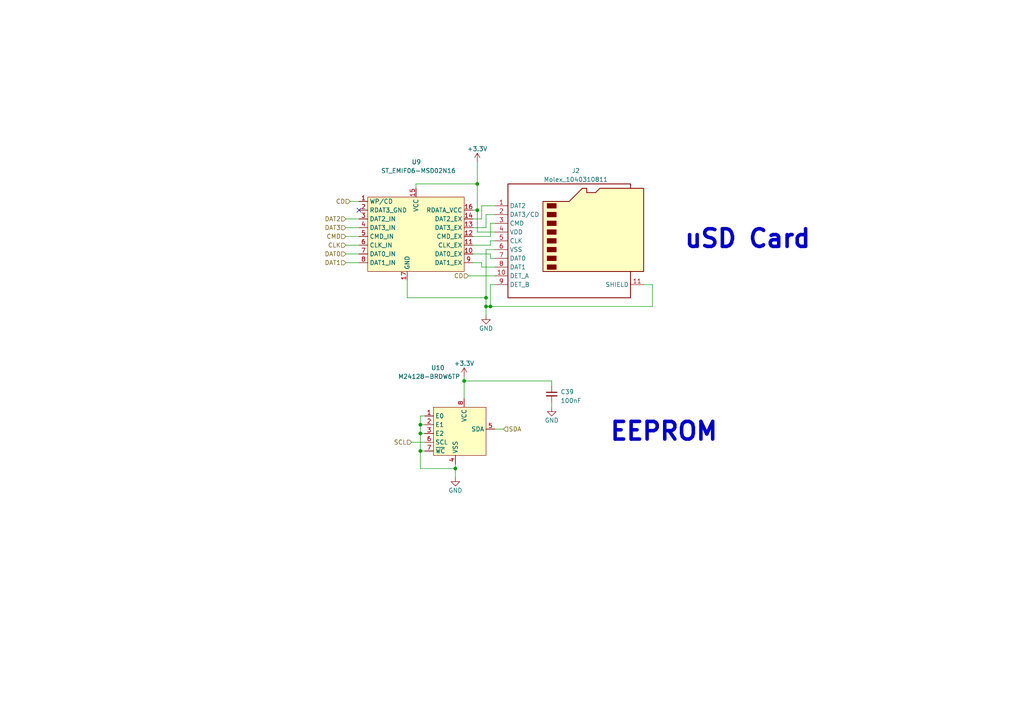
<source format=kicad_sch>
(kicad_sch (version 20250114) (generator "eeschema") (generator_version "9.0")
  (paper "A4")
  (title_block (title "SDM-24 Data Logger") (date "2024-01-20") (rev "v3.1") (company "Sun Devil Motorsports") (comment 1 "SD card and EEPROM circuitry"))
  (lib_symbols
    (symbol "Connector:Micro_SD_Card_Det2"
      (property "Reference" "J" (at -16.51 17.78 0))
      (property "Value" "Micro_SD_Card_Det2" (at 16.51 17.78 0))
      (symbol "Micro_SD_Card_Det2_0_1"
        (polyline (pts (xy -8.89 -8.89) (xy -8.89 11.43) (xy -1.27 11.43) (xy 2.54 15.24) (xy 3.81 15.24) (xy 3.81 13.97) (xy 6.35 13.97) (xy 7.62 15.24) (xy 20.32 15.24) (xy 20.32 -8.89) (xy -8.89 -8.89)) (stroke (width 0.254)) (fill (type background)))
        (rectangle (start -7.62 10.795) (end -5.08 9.525) (stroke (width 0.254)) (fill (type outline)))
        (rectangle (start -7.62 8.255) (end -5.08 6.985) (stroke (width 0.254)) (fill (type outline)))
        (rectangle (start -7.62 5.715) (end -5.08 4.445) (stroke (width 0.254)) (fill (type outline)))
        (rectangle (start -7.62 3.175) (end -5.08 1.905) (stroke (width 0.254)) (fill (type outline)))
        (rectangle (start -7.62 0.635) (end -5.08 -0.635) (stroke (width 0.254)) (fill (type outline)))
        (rectangle (start -7.62 -1.905) (end -5.08 -3.175) (stroke (width 0.254)) (fill (type outline)))
        (rectangle (start -7.62 -4.445) (end -5.08 -5.715) (stroke (width 0.254)) (fill (type outline)))
        (rectangle (start -7.62 -6.985) (end -5.08 -8.255) (stroke (width 0.254)) (fill (type outline)))
        (polyline (pts (xy 16.51 15.24) (xy 16.51 16.51) (xy -19.05 16.51) (xy -19.05 -16.51) (xy 16.51 -16.51) (xy 16.51 -8.89)) (stroke (width 0.254)))
      )
      (symbol "Micro_SD_Card_Det2_1_1"
        (pin bidirectional line (at -22.86 10.16 0) (length 3.81) (name "DAT2") (number "1"))
        (pin bidirectional line (at -22.86 7.62 0) (length 3.81) (name "DAT3/CD") (number "2"))
        (pin input line (at -22.86 5.08 0) (length 3.81) (name "CMD") (number "3"))
        (pin power_in line (at -22.86 2.54 0) (length 3.81) (name "VDD") (number "4"))
        (pin input line (at -22.86 0 0) (length 3.81) (name "CLK") (number "5"))
        (pin power_in line (at -22.86 -2.54 0) (length 3.81) (name "VSS") (number "6"))
        (pin bidirectional line (at -22.86 -5.08 0) (length 3.81) (name "DAT0") (number "7"))
        (pin bidirectional line (at -22.86 -7.62 0) (length 3.81) (name "DAT1") (number "8"))
        (pin passive line (at -22.86 -10.16 0) (length 3.81) (name "DET_A") (number "10"))
        (pin passive line (at -22.86 -12.7 0) (length 3.81) (name "DET_B") (number "9"))
        (pin passive line (at 20.32 -12.7 180) (length 3.81) (name "SHIELD") (number "11"))
      )
    )
    (symbol "Device:C_Small" (pin_numbers (hide yes)) (pin_names (offset 0.254) (hide yes))
      (property "Reference" "C" (at 0.254 1.778 0))
      (property "Value" "C_Small" (at 0.254 -2.032 0))
      (symbol "C_Small_0_1"
        (polyline (pts (xy -1.524 0.508) (xy 1.524 0.508)) (stroke (width 0.3048)))
        (polyline (pts (xy -1.524 -0.508) (xy 1.524 -0.508)) (stroke (width 0.3302)))
      )
      (symbol "C_Small_1_1"
        (pin passive line (at 0 2.54 270) (length 2.032) (name "~") (number "1"))
        (pin passive line (at 0 -2.54 90) (length 2.032) (name "~") (number "2"))
      )
    )
    (symbol "lib:ST_EMIF06-MSD02N16"
      (property "Reference" "U" (at -5.08 1.27 0))
      (property "Value" "ST_EMIF06-MSD02N16" (at -5.08 3.81 0))
      (symbol "ST_EMIF06-MSD02N16_1_1"
        (rectangle (start -13.97 -5.08) (end 13.97 -26.67) (fill (type background)))
        (pin input line (at -16.51 -6.35 0) (length 2.54) (name "WP/CD") (number "1"))
        (pin input line (at -16.51 -8.89 0) (length 2.54) (name "RDAT3_GND") (number "2"))
        (pin bidirectional line (at -16.51 -11.43 0) (length 2.54) (name "DAT2_IN") (number "3"))
        (pin bidirectional line (at -16.51 -13.97 0) (length 2.54) (name "DAT3_IN") (number "4"))
        (pin bidirectional line (at -16.51 -16.51 0) (length 2.54) (name "CMD_IN") (number "5"))
        (pin bidirectional line (at -16.51 -19.05 0) (length 2.54) (name "CLK_IN") (number "6"))
        (pin bidirectional line (at -16.51 -21.59 0) (length 2.54) (name "DAT0_IN") (number "7"))
        (pin bidirectional line (at -16.51 -24.13 0) (length 2.54) (name "DAT1_IN") (number "8"))
        (pin power_in line (at -2.54 -29.21 90) (length 2.54) (name "GND") (number "17"))
        (pin power_in line (at 0 -2.54 270) (length 2.54) (name "VCC") (number "15"))
        (pin input line (at 16.51 -8.89 180) (length 2.54) (name "RDATA_VCC") (number "16"))
        (pin bidirectional line (at 16.51 -11.43 180) (length 2.54) (name "DAT2_EX") (number "14"))
        (pin bidirectional line (at 16.51 -13.97 180) (length 2.54) (name "DAT3_EX") (number "13"))
        (pin bidirectional line (at 16.51 -16.51 180) (length 2.54) (name "CMD_EX") (number "12"))
        (pin bidirectional line (at 16.51 -19.05 180) (length 2.54) (name "CLK_EX") (number "11"))
        (pin bidirectional line (at 16.51 -21.59 180) (length 2.54) (name "DAT0_EX") (number "10"))
        (pin bidirectional line (at 16.51 -24.13 180) (length 2.54) (name "DAT1_EX") (number "9"))
      )
    )
    (symbol "lib:ST_M24128-XX"
      (property "Reference" "U" (at 0 0 0))
      (property "Value" "M24128-XX" (at 0 -2.54 0))
      (symbol "ST_M24128-XX_1_1"
        (rectangle (start -7.62 -7.62) (end 7.62 -21.59) (fill (type background)))
        (pin input line (at -10.16 -10.16 0) (length 2.54) (name "E0") (number "1"))
        (pin input line (at -10.16 -12.7 0) (length 2.54) (name "E1") (number "2"))
        (pin input line (at -10.16 -15.24 0) (length 2.54) (name "E2") (number "3"))
        (pin input line (at -10.16 -17.78 0) (length 2.54) (name "SCL") (number "6"))
        (pin input line (at -10.16 -20.32 0) (length 2.54) (name "~{WC}") (number "7"))
        (pin power_in line (at -1.27 -24.13 90) (length 2.54) (name "VSS") (number "4"))
        (pin power_in line (at 1.27 -5.08 270) (length 2.54) (name "VCC") (number "8"))
        (pin bidirectional line (at 10.16 -13.97 180) (length 2.54) (name "SDA") (number "5"))
      )
    )
    (symbol "power:+3.3V" (power) (pin_names (offset 0))
      (property "Value" "+3.3V" (at 0 3.556 0))
      (symbol "+3.3V_0_1"
        (polyline (pts (xy -0.762 1.27) (xy 0 2.54)))
        (polyline (pts (xy 0 2.54) (xy 0.762 1.27)))
        (polyline (pts (xy 0 0) (xy 0 2.54)))
      )
      (symbol "+3.3V_1_1"
        (pin power_in line (at 0 0 90) (length 0) (hide yes) (name "+3.3V") (number "1"))
      )
    )
    (symbol "power:GND" (power) (pin_names (offset 0))
      (property "Value" "GND" (at 0 -3.81 0))
      (symbol "GND_0_1"
        (polyline (pts (xy 0 0) (xy 0 -1.27) (xy 1.27 -1.27) (xy 0 -2.54) (xy -1.27 -1.27) (xy 0 -1.27)))
      )
      (symbol "GND_1_1"
        (pin power_in line (at 0 0 270) (length 0) (hide yes) (name "GND") (number "1"))
      )
    )
  )
  (text "uSD Card" (at 198.12 72.39 0) (effects (font (size 5.12 5.12) (thickness 1.024) (bold yes)) (justify left bottom)))
  (text "EEPROM" (at 176.53 128.27 0) (effects (font (size 5.12 5.12) (thickness 1.024) (bold yes)) (justify left bottom)))
  (junction (at 140.97 88.9))
  (junction (at 142.24 88.9))
  (junction (at 132.08 135.89))
  (junction (at 121.92 125.73))
  (junction (at 138.43 53.34))
  (junction (at 138.43 60.96))
  (junction (at 140.97 86.36))
  (junction (at 134.62 110.49))
  (junction (at 121.92 130.81))
  (junction (at 121.92 123.19))
  (no_connect (at 104.14 60.96))
  (wire (pts (xy 189.23 82.55) (xy 189.23 88.9)))
  (wire (pts (xy 134.62 110.49) (xy 134.62 115.57)))
  (wire (pts (xy 118.11 81.28) (xy 118.11 86.36)))
  (wire (pts (xy 100.33 76.2) (xy 104.14 76.2)))
  (wire (pts (xy 123.19 120.65) (xy 121.92 120.65)))
  (wire (pts (xy 123.19 125.73) (xy 121.92 125.73)))
  (wire (pts (xy 134.62 110.49) (xy 160.02 110.49)))
  (wire (pts (xy 119.38 128.27) (xy 123.19 128.27)))
  (wire (pts (xy 137.16 66.04) (xy 140.97 66.04)))
  (wire (pts (xy 137.16 71.12) (xy 142.24 71.12)))
  (wire (pts (xy 100.33 73.66) (xy 104.14 73.66)))
  (wire (pts (xy 143.51 62.23) (xy 140.97 62.23)))
  (wire (pts (xy 138.43 60.96) (xy 138.43 53.34)))
  (wire (pts (xy 186.69 82.55) (xy 189.23 82.55)))
  (wire (pts (xy 121.92 120.65) (xy 121.92 123.19)))
  (wire (pts (xy 143.51 67.31) (xy 138.43 67.31)))
  (wire (pts (xy 142.24 69.85) (xy 142.24 71.12)))
  (wire (pts (xy 100.33 63.5) (xy 104.14 63.5)))
  (wire (pts (xy 134.62 109.22) (xy 134.62 110.49)))
  (wire (pts (xy 100.33 68.58) (xy 104.14 68.58)))
  (wire (pts (xy 140.97 62.23) (xy 140.97 66.04)))
  (wire (pts (xy 143.51 69.85) (xy 142.24 69.85)))
  (wire (pts (xy 137.16 76.2) (xy 139.7 76.2)))
  (wire (pts (xy 121.92 123.19) (xy 121.92 125.73)))
  (wire (pts (xy 140.97 88.9) (xy 140.97 91.44)))
  (wire (pts (xy 142.24 73.66) (xy 142.24 74.93)))
  (wire (pts (xy 138.43 67.31) (xy 138.43 60.96)))
  (wire (pts (xy 120.65 53.34) (xy 138.43 53.34)))
  (wire (pts (xy 132.08 135.89) (xy 132.08 138.43)))
  (wire (pts (xy 143.51 124.46) (xy 146.05 124.46)))
  (wire (pts (xy 142.24 88.9) (xy 140.97 88.9)))
  (wire (pts (xy 137.16 60.96) (xy 138.43 60.96)))
  (wire (pts (xy 139.7 59.69) (xy 143.51 59.69)))
  (wire (pts (xy 142.24 64.77) (xy 142.24 68.58)))
  (wire (pts (xy 137.16 63.5) (xy 139.7 63.5)))
  (wire (pts (xy 137.16 68.58) (xy 142.24 68.58)))
  (wire (pts (xy 140.97 86.36) (xy 140.97 88.9)))
  (wire (pts (xy 135.89 80.01) (xy 143.51 80.01)))
  (wire (pts (xy 120.65 54.61) (xy 120.65 53.34)))
  (wire (pts (xy 139.7 59.69) (xy 139.7 63.5)))
  (wire (pts (xy 123.19 123.19) (xy 121.92 123.19)))
  (wire (pts (xy 142.24 82.55) (xy 142.24 88.9)))
  (wire (pts (xy 143.51 82.55) (xy 142.24 82.55)))
  (wire (pts (xy 137.16 73.66) (xy 142.24 73.66)))
  (wire (pts (xy 160.02 116.84) (xy 160.02 118.11)))
  (wire (pts (xy 142.24 74.93) (xy 143.51 74.93)))
  (wire (pts (xy 160.02 110.49) (xy 160.02 111.76)))
  (wire (pts (xy 121.92 130.81) (xy 121.92 135.89)))
  (wire (pts (xy 100.33 71.12) (xy 104.14 71.12)))
  (wire (pts (xy 143.51 64.77) (xy 142.24 64.77)))
  (wire (pts (xy 100.33 66.04) (xy 104.14 66.04)))
  (wire (pts (xy 118.11 86.36) (xy 140.97 86.36)))
  (wire (pts (xy 101.6 58.42) (xy 104.14 58.42)))
  (wire (pts (xy 140.97 72.39) (xy 140.97 86.36)))
  (wire (pts (xy 121.92 125.73) (xy 121.92 130.81)))
  (wire (pts (xy 132.08 134.62) (xy 132.08 135.89)))
  (wire (pts (xy 139.7 77.47) (xy 139.7 76.2)))
  (wire (pts (xy 143.51 72.39) (xy 140.97 72.39)))
  (wire (pts (xy 143.51 77.47) (xy 139.7 77.47)))
  (wire (pts (xy 189.23 88.9) (xy 142.24 88.9)))
  (wire (pts (xy 121.92 130.81) (xy 123.19 130.81)))
  (wire (pts (xy 138.43 53.34) (xy 138.43 46.99)))
  (wire (pts (xy 121.92 135.89) (xy 132.08 135.89)))
  (hierarchical_label "CD" (shape input) (at 101.6 58.42 180))
  (hierarchical_label "DAT1" (shape input) (at 100.33 76.2 180))
  (hierarchical_label "SDA" (shape input) (at 146.05 124.46 0))
  (hierarchical_label "DAT0" (shape input) (at 100.33 73.66 180))
  (hierarchical_label "SCL" (shape input) (at 119.38 128.27 180))
  (hierarchical_label "DAT2" (shape input) (at 100.33 63.5 180))
  (hierarchical_label "CMD" (shape input) (at 100.33 68.58 180))
  (hierarchical_label "DAT3" (shape input) (at 100.33 66.04 180))
  (hierarchical_label "CLK" (shape input) (at 100.33 71.12 180))
  (hierarchical_label "CD" (shape input) (at 135.89 80.01 180))
  (symbol (lib_id "power:+3.3V") (at 134.62 109.22 0) (unit 1)
    (property "Reference" "#PWR046" (effects (hide yes)))
    (property "Value" "+3.3V" (at 134.62 105.41 0))
  )
  (symbol (lib_id "lib:ST_M24128-XX") (at 133.35 110.49 0) (unit 1)
    (property "Reference" "U10" (at 127 106.68 0))
    (property "Value" "M24128-BRDW6TP" (at 124.46 109.22 0))
    (property "Footprint" "Package_SO:TSSOP-8_4.4x3mm_P0.65mm" (effects (hide yes)))
  )
  (symbol (lib_id "Device:C_Small") (at 160.02 114.3 0) (unit 1)
    (property "Reference" "C39" (at 162.56 113.6713 0) (effects (justify left)))
    (property "Value" "100nF" (at 162.56 116.2113 0) (effects (justify left)))
    (property "Footprint" "Capacitor_SMD:C_0402_1005Metric" (effects (hide yes)))
  )
  (symbol (lib_id "power:GND") (at 140.97 91.44 0) (unit 1)
    (property "Reference" "#PWR048" (effects (hide yes)))
    (property "Value" "GND" (at 140.97 95.25 0))
  )
  (symbol (lib_id "power:+3.3V") (at 138.43 46.99 0) (unit 1)
    (property "Reference" "#PWR047" (effects (hide yes)))
    (property "Value" "+3.3V" (at 138.43 43.18 0))
  )
  (symbol (lib_id "power:GND") (at 160.02 118.11 0) (unit 1)
    (property "Reference" "#PWR049" (effects (hide yes)))
    (property "Value" "GND" (at 160.02 121.92 0))
  )
  (symbol (lib_id "Connector:Micro_SD_Card_Det2") (at 166.37 69.85 0) (unit 1)
    (property "Reference" "J2" (at 167.005 49.53 0))
    (property "Value" "Molex_1040310811" (at 167.005 52.07 0))
    (property "Footprint" "Connector_Card:microSD_HC_Molex_104031-0811" (effects (hide yes)))
    (property "Datasheet" "https://www.hirose.com/en/product/document?clcode=&productname=&series=DM3&documenttype=Catalog&lang=en&documentid=D49662_en" (effects (hide yes)))
  )
  (symbol (lib_id "lib:ST_EMIF06-MSD02N16") (at 120.65 52.07 0) (unit 1)
    (property "Reference" "U9" (at 119.38 46.99 0) (effects (justify left)))
    (property "Value" "ST_EMIF06-MSD02N16" (at 110.49 49.53 0) (effects (justify left)))
    (property "Footprint" "Library:UQFN-17-3.5x1.2mm" (effects (hide yes)))
  )
  (symbol (lib_id "power:GND") (at 132.08 138.43 0) (unit 1)
    (property "Reference" "#PWR045" (effects (hide yes)))
    (property "Value" "GND" (at 132.08 142.24 0))
  )
)
</source>
